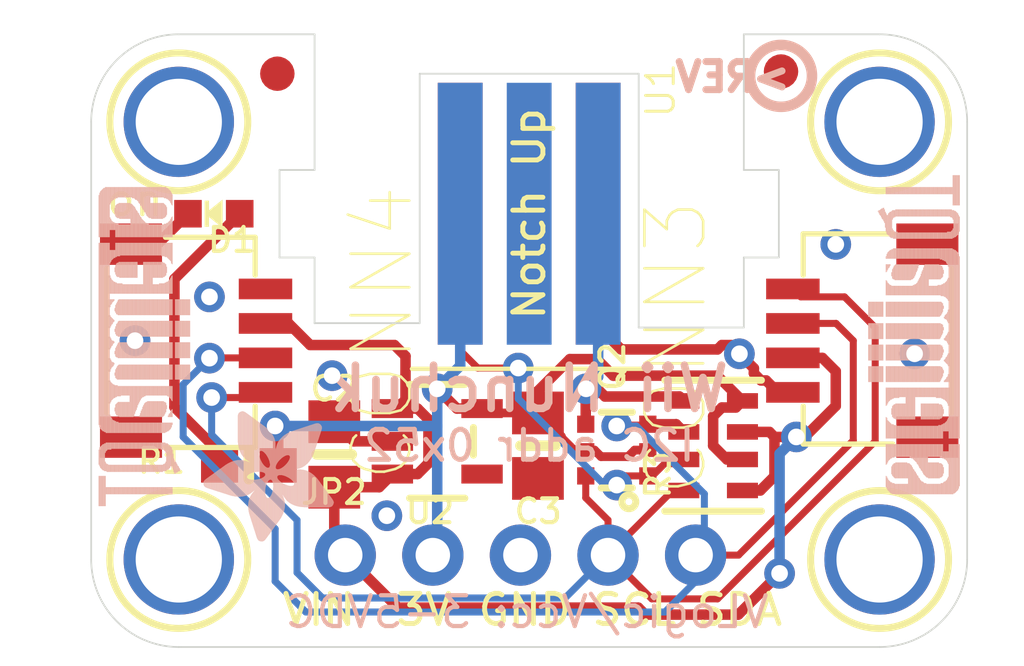
<source format=kicad_pcb>
(kicad_pcb (version 20211014) (generator pcbnew)
  (layers (0 "F.Cu" signal) (31 "B.Cu" signal) (34 "B.Paste" user) (35 "F.Paste" user) (36 "B.SilkS" user "B.Silkscreen") (37 "F.SilkS" user "F.Silkscreen") (38 "B.Mask" user) (39 "F.Mask" user) (44 "Edge.Cuts" user))
  (net 0 "")
  (net 1 "GND")
  (net 2 "SDA")
  (net 3 "SCL")
  (net 4 "SCL_3V")
  (net 5 "SDA_3V")
  (net 6 "3.3V")
  (net 7 "VCC")
  (net 8 "N$1")
  (footprint "boardEagle:SOT363" (layer "F.Cu") (at 151.0411 108.1786 90)
    (fp_text reference "Q2" (at 1.651 -0.127 90) (layer "F.SilkS") (effects (font (size 0.692831 0.692831) (thickness 0.119969)) (justify left)))
    (fp_text value "BSS138")
    (pad "1" smd rect (at -0.75 0.9 90) (size 0.5 0.5) (layers "F.Cu" "F.Paste" "F.Mask") (net 4 "SCL_3V"))
    (pad "2" smd rect (at 0 0.9 90) (size 0.4 0.5) (layers "F.Cu" "F.Paste" "F.Mask") (net 6 "3.3V"))
    (pad "3" smd rect (at 0.75 0.9 90) (size 0.5 0.5) (layers "F.Cu" "F.Paste" "F.Mask") (net 2 "SDA"))
    (pad "4" smd rect (at 0.75 -0.9 90) (size 0.5 0.5) (layers "F.Cu" "F.Paste" "F.Mask") (net 5 "SDA_3V"))
    (pad "5" smd rect (at 0 -0.9 90) (size 0.4 0.5) (layers "F.Cu" "F.Paste" "F.Mask") (net 6 "3.3V"))
    (pad "6" smd rect (at -0.75 -0.9 90) (size 0.5 0.5) (layers "F.Cu" "F.Paste" "F.Mask") (net 3 "SCL"))
  )
  (footprint "boardEagle:SOT23-5" (layer "F.Cu") (at 145.8341 107.9246 -90)
    (fp_text reference "U2" (at 2.032 -0.562) (layer "F.SilkS") (effects (font (size 0.692831 0.692831) (thickness 0.119969)) (justify right)))
    (fp_text value "AP2112K-3.3")
    (pad "1" smd rect (at -0.95 1.3001 270) (size 0.55 1.2) (layers "F.Cu" "F.Paste" "F.Mask") (net 7 "VCC"))
    (pad "2" smd rect (at 0 1.3001 270) (size 0.55 1.2) (layers "F.Cu" "F.Paste" "F.Mask") (net 1 "GND"))
    (pad "3" smd rect (at 0.95 1.3001 270) (size 0.55 1.2) (layers "F.Cu" "F.Paste" "F.Mask") (net 7 "VCC"))
    (pad "4" smd rect (at 0.95 -1.3001 270) (size 0.55 1.2) (layers "F.Cu" "F.Paste" "F.Mask"))
    (pad "5" smd rect (at -0.95 -1.3001 270) (size 0.55 1.2) (layers "F.Cu" "F.Paste" "F.Mask") (net 6 "3.3V"))
  )
  (footprint "boardEagle:0603-NO" (layer "F.Cu") (at 140.3731 108.6231 180)
    (fp_text reference "R1" (at 1.778 0.127) (layer "F.SilkS") (effects (font (size 0.692831 0.692831) (thickness 0.119969)) (justify right)))
    (fp_text value "10K")
    (pad "1" smd rect (at -0.85 0 180) (size 1.075 1) (layers "F.Cu" "F.Paste" "F.Mask") (net 6 "3.3V"))
    (pad "2" smd rect (at 0.85 0 180) (size 1.075 1) (layers "F.Cu" "F.Paste" "F.Mask") (net 8 "N$1"))
  )
  (footprint "boardEagle:MOUNTINGHOLE_2.5_PLATED" (layer "F.Cu") (at 138.3411 98.6536)
    (fp_text reference "U$1" hide)
    (fp_text value "MOUNTINGHOLE2.5" hide)
    (pad "P$1" thru_hole circle (at 0 0) (size 3.2 3.2) (drill 2.5) (layers *.Cu *.Mask))
  )
  (footprint "boardEagle:0805-NO" (layer "F.Cu") (at 142.8496 108.3056 90)
    (fp_text reference "C2" (at 1.905 -0.762) (layer "F.SilkS") (effects (font (size 0.692831 0.692831) (thickness 0.119969)) (justify left)))
    (fp_text value "10uF")
    (pad "1" smd rect (at -0.95 0 90) (size 1.24 1.5) (layers "F.Cu" "F.Paste" "F.Mask") (net 7 "VCC"))
    (pad "2" smd rect (at 0.95 0 90) (size 1.24 1.5) (layers "F.Cu" "F.Paste" "F.Mask") (net 1 "GND"))
  )
  (footprint "boardEagle:RESPACK_4X0603" (layer "F.Cu") (at 153.8351 108.0516 90)
    (fp_text reference "R3" (at -1.6 -1.6 90) (layer "F.SilkS") (effects (font (size 0.692831 0.692831) (thickness 0.119969)) (justify left)))
    (fp_text value "10K")
    (pad "1" smd rect (at -1.3 0.85 90) (size 0.45 0.9) (layers "F.Cu" "F.Paste" "F.Mask") (net 7 "VCC"))
    (pad "2" smd rect (at -0.4 0.85 90) (size 0.45 0.9) (layers "F.Cu" "F.Paste" "F.Mask") (net 6 "3.3V"))
    (pad "3" smd rect (at 0.4 0.85 90) (size 0.45 0.9) (layers "F.Cu" "F.Paste" "F.Mask") (net 7 "VCC"))
    (pad "4" smd rect (at 1.3 0.85 90) (size 0.45 0.9) (layers "F.Cu" "F.Paste" "F.Mask") (net 6 "3.3V"))
    (pad "5" smd rect (at 1.3 -0.85 90) (size 0.45 0.9) (layers "F.Cu" "F.Paste" "F.Mask") (net 5 "SDA_3V"))
    (pad "6" smd rect (at 0.4 -0.85 90) (size 0.45 0.9) (layers "F.Cu" "F.Paste" "F.Mask") (net 2 "SDA"))
    (pad "7" smd rect (at -0.4 -0.85 90) (size 0.45 0.9) (layers "F.Cu" "F.Paste" "F.Mask") (net 4 "SCL_3V"))
    (pad "8" smd rect (at -1.3 -0.85 90) (size 0.45 0.9) (layers "F.Cu" "F.Paste" "F.Mask") (net 3 "SCL"))
  )
  (footprint "boardEagle:WIICHUCK" (layer "F.Cu") (at 148.5011 101.3206 -90)
    (fp_text reference "U1" (at -4.445 -3.81 90) (layer "F.SilkS") (effects (font (size 0.801967 0.801967) (thickness 0.087033)) (justify right)))
    (fp_text value "")
    (pad "1" smd rect (at 0 -2 270) (size 7.6 1.3) (layers "F.Cu" "F.Mask") (net 1 "GND"))
    (pad "2" smd rect (at 0 0 90) (size 7.6 1.3) (layers "B.Cu" "B.Mask"))
    (pad "3" smd rect (at 0 2 270) (size 7.6 1.3) (layers "F.Cu" "F.Mask") (net 4 "SCL_3V"))
    (pad "4" smd rect (at 0 2 270) (size 7.6 1.3) (layers "B.Cu" "B.Mask") (net 6 "3.3V"))
    (pad "5" smd rect (at 0 -2 270) (size 7.6 1.3) (layers "B.Cu" "B.Mask") (net 5 "SDA_3V"))
  )
  (footprint "boardEagle:MOUNTINGHOLE_2.5_PLATED" (layer "F.Cu") (at 138.3411 111.3536)
    (fp_text reference "U$19" hide)
    (fp_text value "MOUNTINGHOLE2.5" hide)
    (pad "P$1" thru_hole circle (at 0 0) (size 3.2 3.2) (drill 2.5) (layers *.Cu *.Mask))
  )
  (footprint "boardEagle:FIDUCIAL_1MM" (layer "F.Cu") (at 155.8036 97.1931)
    (fp_text reference "FID4" hide)
    (fp_text value "FIDUCIAL_1MM" hide)
    (pad "1" smd roundrect (at 0 0) (size 1 1) (layers "F.Cu" "F.Mask") (roundrect_rratio 0.5))
  )
  (footprint "boardEagle:FIDUCIAL_1MM" (layer "F.Cu") (at 141.1986 97.2566)
    (fp_text reference "FID3" hide)
    (fp_text value "FIDUCIAL_1MM" hide)
    (pad "1" smd roundrect (at 0 0) (size 1 1) (layers "F.Cu" "F.Mask") (roundrect_rratio 0.5))
  )
  (footprint "boardEagle:0805-NO" (layer "F.Cu") (at 148.7551 108.0516 -90)
    (fp_text reference "C3" (at 1.905 -0.762) (layer "F.SilkS") (effects (font (size 0.692831 0.692831) (thickness 0.119969)) (justify right)))
    (fp_text value "10uF")
    (pad "1" smd rect (at -0.95 0 270) (size 1.24 1.5) (layers "F.Cu" "F.Paste" "F.Mask") (net 6 "3.3V"))
    (pad "2" smd rect (at 0.95 0 270) (size 1.24 1.5) (layers "F.Cu" "F.Paste" "F.Mask") (net 1 "GND"))
  )
  (footprint "boardEagle:JST_SH4" (layer "F.Cu") (at 158.6611 105.0036 90)
    (fp_text reference "CONN3" (at -4.6 -5.9 90) (layer "F.SilkS") (effects (font (size 1.703222 1.703222) (thickness 0.074778)) (justify left)))
    (fp_text value "STEMMA_I2C_QT" hide)
    (pad "1" smd rect (at -1.5 -2.514 180) (size 1.55 0.6) (layers "F.Cu" "F.Paste" "F.Mask") (net 1 "GND"))
    (pad "2" smd rect (at -0.5 -2.514 180) (size 1.55 0.6) (layers "F.Cu" "F.Paste" "F.Mask") (net 7 "VCC"))
    (pad "3" smd rect (at 0.5 -2.514 180) (size 1.55 0.6) (layers "F.Cu" "F.Paste" "F.Mask") (net 2 "SDA"))
    (pad "4" smd rect (at 1.5 -2.514 180) (size 1.55 0.6) (layers "F.Cu" "F.Paste" "F.Mask") (net 3 "SCL"))
    (pad "MT1" smd rect (at -2.8 1.386 180) (size 1.8 1.2) (layers "F.Cu" "F.Paste" "F.Mask") (net 1 "GND"))
    (pad "MT2" smd rect (at 2.8 1.386 180) (size 1.8 1.2) (layers "F.Cu" "F.Paste" "F.Mask") (net 1 "GND"))
  )
  (footprint "boardEagle:CHIPLED_0603_NOOUTLINE" (layer "F.Cu") (at 139.3571 101.3206 90)
    (fp_text reference "D1" (at -0.762 1.27) (layer "F.SilkS") (effects (font (size 0.692831 0.692831) (thickness 0.119969)) (justify right)))
    (fp_text value "GREEN")
    (pad "A" smd rect (at 0 0.75 90) (size 0.8 0.8) (layers "F.Cu" "F.Paste" "F.Mask") (net 8 "N$1"))
    (pad "C" smd rect (at 0 -0.75 90) (size 0.8 0.8) (layers "F.Cu" "F.Paste" "F.Mask") (net 1 "GND"))
  )
  (footprint "boardEagle:1X05_ROUND_70" (layer "F.Cu") (at 148.2471 111.2266)
    (fp_text reference "JP2" (at -6.4262 -1.8288) (layer "F.SilkS") (effects (font (size 0.692831 0.692831) (thickness 0.119969)) (justify left)))
    (fp_text value "")
    (pad "1" thru_hole circle (at -5.08 0 90) (size 1.778 1.778) (drill 1) (layers *.Cu *.Mask) (net 7 "VCC"))
    (pad "2" thru_hole circle (at -2.54 0 90) (size 1.778 1.778) (drill 1) (layers *.Cu *.Mask) (net 6 "3.3V"))
    (pad "3" thru_hole circle (at 0 0 90) (size 1.778 1.778) (drill 1) (layers *.Cu *.Mask) (net 1 "GND"))
    (pad "4" thru_hole circle (at 2.54 0 90) (size 1.778 1.778) (drill 1) (layers *.Cu *.Mask) (net 3 "SCL"))
    (pad "5" thru_hole circle (at 5.08 0 90) (size 1.778 1.778) (drill 1) (layers *.Cu *.Mask) (net 2 "SDA"))
  )
  (footprint "boardEagle:JST_SH4" (layer "F.Cu") (at 138.3411 105.0036 -90)
    (fp_text reference "CONN4" (at -4.6 -5.9 90) (layer "F.SilkS") (effects (font (size 1.703222 1.703222) (thickness 0.074778)) (justify right)))
    (fp_text value "STEMMA_I2C_QT" hide)
    (pad "1" smd rect (at -1.5 -2.514) (size 1.55 0.6) (layers "F.Cu" "F.Paste" "F.Mask") (net 1 "GND"))
    (pad "2" smd rect (at -0.5 -2.514) (size 1.55 0.6) (layers "F.Cu" "F.Paste" "F.Mask") (net 7 "VCC"))
    (pad "3" smd rect (at 0.5 -2.514) (size 1.55 0.6) (layers "F.Cu" "F.Paste" "F.Mask") (net 2 "SDA"))
    (pad "4" smd rect (at 1.5 -2.514) (size 1.55 0.6) (layers "F.Cu" "F.Paste" "F.Mask") (net 3 "SCL"))
    (pad "MT1" smd rect (at -2.8 1.386) (size 1.8 1.2) (layers "F.Cu" "F.Paste" "F.Mask") (net 1 "GND"))
    (pad "MT2" smd rect (at 2.8 1.386) (size 1.8 1.2) (layers "F.Cu" "F.Paste" "F.Mask") (net 1 "GND"))
  )
  (footprint "boardEagle:MOUNTINGHOLE_2.5_PLATED" (layer "F.Cu") (at 158.6611 98.6536)
    (fp_text reference "U$17" hide)
    (fp_text value "MOUNTINGHOLE2.5" hide)
    (pad "P$1" thru_hole circle (at 0 0) (size 3.2 3.2) (drill 2.5) (layers *.Cu *.Mask))
  )
  (footprint "boardEagle:MOUNTINGHOLE_2.5_PLATED" (layer "F.Cu") (at 158.6611 111.3536)
    (fp_text reference "U$21" hide)
    (fp_text value "MOUNTINGHOLE2.5" hide)
    (pad "P$1" thru_hole circle (at 0 0) (size 3.2 3.2) (drill 2.5) (layers *.Cu *.Mask))
  )
  (footprint "boardEagle:PCBFEAT-REV-040" (layer "B.Cu") (at 155.8036 97.3201 180)
    (fp_text reference "U$25" hide)
    (fp_text value "" hide)
    (fp_text user ">REV" (at -0.3556 -0.508) (layer "B.SilkS") (effects (font (size 0.8128 0.8128) (thickness 0.2032)) (justify left bottom mirror)))
  )
  (footprint "boardEagle:STEMMAQT" (layer "B.Cu") (at 138.6586 100.5586 -90)
    (fp_text reference "U$31" hide)
    (fp_text value "" hide)
  )
  (footprint "boardEagle:STEMMAQT" (layer "B.Cu") (at 158.3436 109.4486 90)
    (fp_text reference "U$30" hide)
    (fp_text value "" hide)
  )
  (footprint "boardEagle:ADAFRUIT_3.5MM" (layer "B.Cu") (at 142.8496 107.0356 -90)
    (fp_text reference "U$22" hide)
    (fp_text value "" hide)
  )
  (gr_line (start 155.7401 100.0506) (end 155.7401 102.5906) (layer "Edge.Cuts") (width 0.05))
  (gr_line (start 141.2621 100.0506) (end 142.2781 100.0506) (layer "Edge.Cuts") (width 0.05))
  (gr_line (start 135.8011 98.6536) (end 135.8011 111.3536) (layer "Edge.Cuts") (width 0.05))
  (gr_line (start 141.2621 102.5906) (end 141.2621 100.0506) (layer "Edge.Cuts") (width 0.05))
  (gr_line (start 145.3261 97.2566) (end 145.3261 104.4956) (layer "Edge.Cuts") (width 0.05))
  (gr_line (start 154.7241 102.5906) (end 154.7241 104.6226) (layer "Edge.Cuts") (width 0.05))
  (gr_line (start 154.7241 100.0506) (end 155.7401 100.0506) (layer "Edge.Cuts") (width 0.05))
  (gr_line (start 142.2781 102.5906) (end 141.2621 102.5906) (layer "Edge.Cuts") (width 0.05))
  (gr_arc (start 138.3411 113.8936) (mid 136.545049 113.149651) (end 135.8011 111.3536) (layer "Edge.Cuts") (width 0.05))
  (gr_arc (start 135.8011 98.6536) (mid 136.545049 96.857549) (end 138.3411 96.1136) (layer "Edge.Cuts") (width 0.05))
  (gr_line (start 145.3261 104.4956) (end 142.2781 104.4956) (layer "Edge.Cuts") (width 0.05))
  (gr_line (start 161.2011 111.3536) (end 161.2011 98.6536) (layer "Edge.Cuts") (width 0.05))
  (gr_line (start 154.7241 96.1136) (end 154.7241 100.0506) (layer "Edge.Cuts") (width 0.05))
  (gr_line (start 138.3411 113.8936) (end 158.6611 113.8936) (layer "Edge.Cuts") (width 0.05))
  (gr_line (start 155.7401 102.5906) (end 154.7241 102.5906) (layer "Edge.Cuts") (width 0.05))
  (gr_line (start 151.6761 104.6226) (end 151.6761 97.2566) (layer "Edge.Cuts") (width 0.05))
  (gr_arc (start 158.6611 96.1136) (mid 160.457151 96.857549) (end 161.2011 98.6536) (layer "Edge.Cuts") (width 0.05))
  (gr_line (start 151.6761 97.2566) (end 145.3261 97.2566) (layer "Edge.Cuts") (width 0.05))
  (gr_line (start 154.7241 104.6226) (end 151.6761 104.6226) (layer "Edge.Cuts") (width 0.05))
  (gr_line (start 142.2781 100.0506) (end 142.2781 96.1136) (layer "Edge.Cuts") (width 0.05))
  (gr_line (start 142.2781 96.1136) (end 138.3411 96.1136) (layer "Edge.Cuts") (width 0.05))
  (gr_line (start 142.2781 104.4956) (end 142.2781 102.5906) (layer "Edge.Cuts") (width 0.05))
  (gr_arc (start 161.2011 111.3536) (mid 160.457151 113.149651) (end 158.6611 113.8936) (layer "Edge.Cuts") (width 0.05))
  (gr_line (start 158.6611 96.1136) (end 154.7241 96.1136) (layer "Edge.Cuts") (width 0.05))
  (gr_text "Wii Nunchuk" (at 148.5011 106.4006) (layer "B.SilkS") (effects (font (size 1.25222 1.25222) (thickness 0.22098)) (justify mirror)))
  (gr_text "I2C addr 0x52" (at 148.5011 108.0516) (layer "B.SilkS") (effects (font (size 0.87376 0.87376) (thickness 0.14224)) (justify mirror)))
  (gr_text "VLogic/Vcc: 3-5VDC" (at 148.4376 112.8776) (layer "B.SilkS") (effects (font (size 0.89408 0.89408) (thickness 0.12192)) (justify mirror)))
  (gr_text "3V" (at 145.4531 112.8141) (layer "F.SilkS") (effects (font (size 0.87376 0.87376) (thickness 0.14224))))
  (gr_text "SCL" (at 151.5491 112.8141) (layer "F.SilkS") (effects (font (size 0.87376 0.87376) (thickness 0.14224))))
  (gr_text "Notch Up" (at 148.5011 101.3206 90) (layer "F.SilkS") (effects (font (size 0.87376 0.87376) (thickness 0.14224))))
  (gr_text "GND" (at 148.3741 112.8141) (layer "F.SilkS") (effects (font (size 0.87376 0.87376) (thickness 0.14224))))
  (gr_text "on" (at 136.1821 101.4476) (layer "F.SilkS") (effects (font (size 0.89408 0.89408) (thickness 0.12192)) (justify left bottom)))
  (gr_text "VIN" (at 142.4051 112.8141) (layer "F.SilkS") (effects (font (size 0.87376 0.87376) (thickness 0.14224))))
  (gr_text "SDA" (at 154.5971 112.8141) (layer "F.SilkS") (effects (font (size 0.87376 0.87376) (thickness 0.14224))))
  (segment (start 154.0891 105.1306) (end 154.3431 105.1306) (width 0.3048) (layer "F.Cu") (net 1))
  (segment (start 154.3431 105.1306) (end 154.5971 105.3846) (width 0.3048) (layer "F.Cu") (net 1))
  (segment (start 155.0165 105.804) (end 154.5971 105.3846) (width 0.3048) (layer "F.Cu") (net 1))
  (segment (start 138.6071 101.3206) (end 137.7241 102.2036) (width 0.3048) (layer "F.Cu") (net 1))
  (segment (start 151.1681 105.2576) (end 153.9621 105.2576) (width 0.3048) (layer "F.Cu") (net 1))
  (segment (start 150.5011 101.3206) (end 150.5011 104.5906) (width 0.3048) (layer "F.Cu") (net 1))
  (segment (start 150.5011 104.5906) (end 151.1681 105.2576) (width 0.3048) (layer "F.Cu") (net 1))
  (segment (start 155.3717 106.1592) (end 155.224806 106.1592) (width 0.3048) (layer "F.Cu") (net 1))
  (segment (start 155.224806 106.1592) (end 155.0165 105.950893) (width 0.3048) (layer "F.Cu") (net 1))
  (segment (start 155.0165 105.950893) (end 155.0165 105.804) (width 0.3048) (layer "F.Cu") (net 1))
  (segment (start 143.4186 107.9246) (end 142.8496 107.3556) (width 0.3048) (layer "F.Cu") (net 1))
  (segment (start 155.7161 106.5036) (end 155.3717 106.1592) (width 0.3048) (layer "F.Cu") (net 1))
  (segment (start 144.534 107.9246) (end 143.4186 107.9246) (width 0.3048) (layer "F.Cu") (net 1))
  (segment (start 137.7241 102.2036) (end 136.9551 102.2036) (width 0.3048) (layer "F.Cu") (net 1))
  (segment (start 156.1471 106.5036) (end 155.7161 106.5036) (width 0.3048) (layer "F.Cu") (net 1))
  (segment (start 153.9621 105.2576) (end 154.0891 105.1306) (width 0.3048) (layer "F.Cu") (net 1))
  (via (at 154.5971 105.3846) (size 0.889) (drill 0.4826) (layers "F.Cu" "B.Cu") (net 1))
  (via (at 137.0711 105.0036) (size 0.889) (drill 0.4826) (layers "F.Cu" "B.Cu") (net 1))
  (via (at 144.3736 110.0836) (size 0.889) (drill 0.4826) (layers "F.Cu" "B.Cu") (net 1))
  (via (at 142.7861 106.0196) (size 0.889) (drill 0.4826) (layers "F.Cu" "B.Cu") (net 1))
  (via (at 139.2301 103.7336) (size 0.889) (drill 0.4826) (layers "F.Cu" "B.Cu") (net 1))
  (via (at 159.6771 105.3846) (size 0.889) (drill 0.4826) (layers "F.Cu" "B.Cu") (net 1))
  (via (at 157.3911 102.2096) (size 0.889) (drill 0.4826) (layers "F.Cu" "B.Cu") (net 1))
  (segment (start 157.3991 104.5036) (end 157.8991 105.0036) (width 0.2032) (layer "F.Cu") (net 2))
  (segment (start 140.8551 105.5036) (end 139.2381 105.5036) (width 0.2032) (layer "F.Cu") (net 2))
  (segment (start 151.9411 107.4286) (end 152.7621 107.4286) (width 0.3048) (layer "F.Cu") (net 2))
  (segment (start 157.8991 105.0036) (end 157.8991 107.8992) (width 0.2032) (layer "F.Cu") (net 2))
  (segment (start 154.5717 111.2266) (end 153.3271 111.2266) (width 0.2032) (layer "F.Cu") (net 2))
  (segment (start 139.2381 105.5036) (end 139.2301 105.5116) (width 0.2032) (layer "F.Cu") (net 2))
  (segment (start 151.9411 107.4286) (end 151.8896 107.4801) (width 0.254) (layer "F.Cu") (net 2))
  (segment (start 156.1471 104.5036) (end 157.3991 104.5036) (width 0.2032) (layer "F.Cu") (net 2))
  (segment (start 152.7621 107.4286) (end 152.9851 107.6516) (width 0.3048) (layer "F.Cu") (net 2))
  (segment (start 151.8896 107.4801) (end 151.0388 107.4801) (width 0.254) (layer "F.Cu") (net 2))
  (segment (start 157.8991 107.8992) (end 154.5717 111.2266) (width 0.2032) (layer "F.Cu") (net 2))
  (via (at 139.2301 105.5116) (size 0.889) (drill 0.4826) (layers "F.Cu" "B.Cu") (net 2))
  (via (at 151.0388 107.4801) (size 0.889) (drill 0.4826) (layers "F.Cu" "B.Cu") (net 2))
  (segment (start 139.2301 105.5116) (end 138.4681 106.2736) (width 0.2032) (layer "B.Cu") (net 2))
  (segment (start 153.5811 109.4509) (end 151.6103 107.4801) (width 0.2032) (layer "B.Cu") (net 2))
  (segment (start 151.6103 107.4801) (end 151.0388 107.4801) (width 0.2032) (layer "B.Cu") (net 2))
  (segment (start 138.4681 107.7976) (end 141.1351 110.4646) (width 0.2032) (layer "B.Cu") (net 2))
  (segment (start 153.5811 110.9726) (end 153.3271 111.2266) (width 0.2032) (layer "B.Cu") (net 2))
  (segment (start 153.3271 111.9886) (end 153.3271 111.2266) (width 0.2032) (layer "B.Cu") (net 2))
  (segment (start 153.5811 109.4509) (end 153.5811 110.9726) (width 0.2032) (layer "B.Cu") (net 2))
  (segment (start 141.1351 111.9886) (end 142.0241 112.8776) (width 0.2032) (layer "B.Cu") (net 2))
  (segment (start 141.1351 110.4646) (end 141.1351 111.9886) (width 0.2032) (layer "B.Cu") (net 2))
  (segment (start 138.4681 106.2736) (end 138.4681 107.7976) (width 0.2032) (layer "B.Cu") (net 2))
  (segment (start 152.4381 112.8776) (end 153.3271 111.9886) (width 0.2032) (layer "B.Cu") (net 2))
  (segment (start 142.0241 112.8776) (end 152.4381 112.8776) (width 0.2032) (layer "B.Cu") (net 2))
  (segment (start 158.5341 104.6226) (end 157.6451 103.7336) (width 0.2032) (layer "F.Cu") (net 3))
  (segment (start 152.0571 112.4966) (end 153.9621 112.4966) (width 0.2032) (layer "F.Cu") (net 3))
  (segment (start 150.7871 110.2106) (end 150.1411 109.5646) (width 0.2032) (layer "F.Cu") (net 3))
  (segment (start 158.5341 107.9246) (end 158.5341 104.6226) (width 0.2032) (layer "F.Cu") (net 3))
  (segment (start 152.9851 109.3516) (end 152.6621 109.3516) (width 0.2032) (layer "F.Cu") (net 3))
  (segment (start 140.8551 106.5036) (end 140.7041 106.6546) (width 0.2032) (layer "F.Cu") (net 3))
  (segment (start 156.3771 103.7336) (end 156.1471 103.5036) (width 0.2032) (layer "F.Cu") (net 3))
  (segment (start 150.7871 111.2266) (end 150.7871 110.2106) (width 0.2032) (layer "F.Cu") (net 3))
  (segment (start 150.1411 109.5646) (end 150.1411 108.9286) (width 0.2032) (layer "F.Cu") (net 3))
  (segment (start 140.7041 106.6546) (end 139.2936 106.6546) (width 0.2032) (layer "F.Cu") (net 3))
  (segment (start 152.6621 109.3516) (end 150.7871 111.2266) (width 0.2032) (layer "F.Cu") (net 3))
  (segment (start 153.9621 112.4966) (end 158.5341 107.9246) (width 0.2032) (layer "F.Cu") (net 3))
  (segment (start 157.6451 103.7336) (end 156.3771 103.7336) (width 0.2032) (layer "F.Cu") (net 3))
  (segment (start 150.7871 111.2266) (end 152.0571 112.4966) (width 0.2032) (layer "F.Cu") (net 3))
  (via (at 139.2936 106.6546) (size 0.889) (drill 0.4826) (layers "F.Cu" "B.Cu") (net 3))
  (segment (start 139.2936 106.6546) (end 139.2936 107.7341) (width 0.2032) (layer "B.Cu") (net 3))
  (segment (start 149.5425 112.4712) (end 150.7871 111.2266) (width 0.2032) (layer "B.Cu") (net 3))
  (segment (start 141.7701 110.2106) (end 141.7701 111.7346) (width 0.2032) (layer "B.Cu") (net 3))
  (segment (start 142.5067 112.4712) (end 149.5425 112.4712) (width 0.2032) (layer "B.Cu") (net 3))
  (segment (start 141.7701 111.7346) (end 142.5067 112.4712) (width 0.2032) (layer "B.Cu") (net 3))
  (segment (start 139.2936 107.7341) (end 141.7701 110.2106) (width 0.2032) (layer "B.Cu") (net 3))
  (segment (start 152.54915 108.4516) (end 152.9851 108.4516) (width 0.2032) (layer "F.Cu") (net 4))
  (segment (start 152.07215 108.9286) (end 152.54915 108.4516) (width 0.2032) (layer "F.Cu") (net 4))
  (segment (start 148.1836 105.7979) (end 147.0094 105.7979) (width 0.2032) (layer "F.Cu") (net 4))
  (segment (start 146.5011 105.2896) (end 147.0094 105.7979) (width 0.2032) (layer "F.Cu") (net 4))
  (segment (start 151.3071 108.9286) (end 151.9411 108.9286) (width 0.2032) (layer "F.Cu") (net 4))
  (segment (start 151.0411 109.1946) (end 151.3071 108.9286) (width 0.2032) (layer "F.Cu") (net 4))
  (segment (start 151.9411 108.9286) (end 152.07215 108.9286) (width 0.2032) (layer "F.Cu") (net 4))
  (segment (start 146.5011 101.3206) (end 146.5011 105.2896) (width 0.2032) (layer "F.Cu") (net 4))
  (via (at 148.1836 105.7979) (size 0.889) (drill 0.4826) (layers "F.Cu" "B.Cu") (net 4))
  (via (at 151.0411 109.1946) (size 0.889) (drill 0.4826) (layers "F.Cu" "B.Cu") (net 4))
  (segment (start 148.1836 105.7979) (end 148.1836 106.6869) (width 0.2032) (layer "B.Cu") (net 4))
  (segment (start 150.6913 109.1946) (end 151.0411 109.1946) (width 0.2032) (layer "B.Cu") (net 4))
  (segment (start 150.6913 109.1946) (end 148.1836 106.6869) (width 0.2032) (layer "B.Cu") (net 4))
  (segment (start 152.9851 106.7516) (end 152.8581 106.6246) (width 0.3048) (layer "F.Cu") (net 5))
  (segment (start 150.1521 106.4006) (end 150.1411 106.4116) (width 0.3048) (layer "F.Cu") (net 5))
  (segment (start 150.4751 106.4006) (end 150.1521 106.4006) (width 0.3048) (layer "F.Cu") (net 5))
  (segment (start 150.1411 106.4116) (end 150.1411 107.4286) (width 0.3048) (layer "F.Cu") (net 5))
  (segment (start 152.8581 106.6246) (end 150.6991 106.6246) (width 0.3048) (layer "F.Cu") (net 5))
  (segment (start 150.6991 106.6246) (end 150.4751 106.4006) (width 0.3048) (layer "F.Cu") (net 5))
  (via (at 150.1521 106.4006) (size 0.889) (drill 0.4826) (layers "F.Cu" "B.Cu") (net 5))
  (segment (start 150.5011 101.3206) (end 150.5011 106.0516) (width 0.3048) (layer "B.Cu") (net 5))
  (segment (start 150.5011 106.0516) (end 150.1521 106.4006) (width 0.3048) (layer "B.Cu") (net 5))
  (segment (start 153.8351 107.196706) (end 153.8351 108.0516) (width 0.3048) (layer "F.Cu") (net 6))
  (segment (start 151.9411 108.1786) (end 151.5601 108.1786) (width 0.254) (layer "F.Cu") (net 6))
  (segment (start 149.6795 105.5397) (end 148.7551 106.4641) (width 0.3048) (layer "F.Cu") (net 6))
  (segment (start 148.7551 107.1016) (end 149.4339 107.7804) (width 0.254) (layer "F.Cu") (net 6))
  (segment (start 149.797125 108.1786) (end 150.1411 108.1786) (width 0.254) (layer "F.Cu") (net 6))
  (segment (start 146.4081 106.9746) (end 147.1342 106.9746) (width 0.3048) (layer "F.Cu") (net 6))
  (segment (start 154.087806 106.944) (end 153.8351 107.196706) (width 0.3048) (layer "F.Cu") (net 6))
  (segment (start 153.9531 106.0196) (end 150.939525 106.0196) (width 0.3048) (layer "F.Cu") (net 6))
  (segment (start 151.3696 108.3691) (end 150.5856 108.3691) (width 0.254) (layer "F.Cu") (net 6))
  (segment (start 154.6851 106.7516) (end 154.4927 106.944) (width 0.3048) (layer "F.Cu") (net 6))
  (segment (start 150.3951 108.1786) (end 150.1411 108.1786) (width 0.254) (layer "F.Cu") (net 6))
  (segment (start 149.4339 107.7804) (end 149.4339 107.815375) (width 0.254) (layer "F.Cu") (net 6))
  (segment (start 150.459625 105.5397) (end 149.6795 105.5397) (width 0.3048) (layer "F.Cu") (net 6))
  (segment (start 154.6851 106.7516) (end 153.9531 106.0196) (width 0.3048) (layer "F.Cu") (net 6))
  (segment (start 153.8351 108.0516) (end 154.2351 108.4516) (width 0.3048) (layer "F.Cu") (net 6))
  (segment (start 154.4927 106.944) (end 154.087806 106.944) (width 0.3048) (layer "F.Cu") (net 6))
  (segment (start 141.2231 108.6231) (end 141.2231 107.5681) (width 0.3048) (layer "F.Cu") (net 6))
  (segment (start 147.2612 107.1016) (end 148.7551 107.1016) (width 0.254) (layer "F.Cu") (net 6))
  (segment (start 148.7551 106.4641) (end 148.7551 107.1016) (width 0.3048) (layer "F.Cu") (net 6))
  (segment (start 150.939525 106.0196) (end 150.459625 105.5397) (width 0.3048) (layer "F.Cu") (net 6))
  (segment (start 150.5856 108.3691) (end 150.3951 108.1786) (width 0.254) (layer "F.Cu") (net 6))
  (segment (start 154.2351 108.4516) (end 154.6851 108.4516) (width 0.3048) (layer "F.Cu") (net 6))
  (segment (start 149.4339 107.815375) (end 149.797125 108.1786) (width 0.254) (layer "F.Cu") (net 6))
  (segment (start 151.5601 108.1786) (end 151.3696 108.3691) (width 0.254) (layer "F.Cu") (net 6))
  (segment (start 147.1342 106.9746) (end 147.2612 107.1016) (width 0.254) (layer "F.Cu") (net 6))
  (segment (start 141.2231 107.5681) (end 141.1351 107.4801) (width 0.3048) (layer "F.Cu") (net 6))
  (segment (start 145.8341 106.4006) (end 146.4081 106.9746) (width 0.3048) (layer "F.Cu") (net 6))
  (via (at 141.1351 107.4801) (size 0.889) (drill 0.4826) (layers "F.Cu" "B.Cu") (net 6))
  (via (at 145.8341 106.4006) (size 0.889) (drill 0.4826) (layers "F.Cu" "B.Cu") (net 6))
  (segment (start 145.8341 106.4006) (end 145.8341 107.4801) (width 0.3048) (layer "B.Cu") (net 6))
  (segment (start 141.1351 107.4801) (end 145.8341 107.4801) (width 0.3048) (layer "B.Cu") (net 6))
  (segment (start 145.8341 111.0996) (end 145.7071 111.2266) (width 0.3048) (layer "B.Cu") (net 6))
  (segment (start 146.5011 101.3206) (end 146.5011 105.7336) (width 0.3048) (layer "B.Cu") (net 6))
  (segment (start 146.5011 105.7336) (end 145.8341 106.4006) (width 0.3048) (layer "B.Cu") (net 6))
  (segment (start 145.8341 107.4801) (end 145.8341 111.0996) (width 0.3048) (layer "B.Cu") (net 6))
  (segment (start 154.6851 109.3516) (end 155.2021 109.3516) (width 0.3048) (layer "F.Cu") (net 7))
  (segment (start 145.2651 108.8746) (end 144.534 108.8746) (width 0.3048) (layer "F.Cu") (net 7))
  (segment (start 157.0021 105.5036) (end 157.3911 105.8926) (width 0.3048) (layer "F.Cu") (net 7))
  (segment (start 155.6131 108.9406) (end 155.6131 107.7976) (width 0.3048) (layer "F.Cu") (net 7))
  (segment (start 157.3911 106.897018) (end 156.490518 107.7976) (width 0.3048) (layer "F.Cu") (net 7))
  (segment (start 141.5241 104.5036) (end 142.1511 105.1306) (width 0.3048) (layer "F.Cu") (net 7))
  (segment (start 155.4671 107.6516) (end 154.6851 107.6516) (width 0.3048) (layer "F.Cu") (net 7))
  (segment (start 144.915 105.452606) (end 144.915 106.7206) (width 0.3048) (layer "F.Cu") (net 7))
  (segment (start 155.2021 109.3516) (end 155.6131 108.9406) (width 0.3048) (layer "F.Cu") (net 7))
  (segment (start 154.564575 112.9538) (end 155.761937 111.756437) (width 0.3048) (layer "F.Cu") (net 7))
  (segment (start 144.153 109.2556) (end 144.534 108.8746) (width 0.3048) (layer "F.Cu") (net 7))
  (segment (start 156.1471 105.5036) (end 157.0021 105.5036) (width 0.3048) (layer "F.Cu") (net 7))
  (segment (start 151.664518 112.7506) (end 144.6911 112.7506) (width 0.3048) (layer "F.Cu") (net 7))
  (segment (start 151.867718 112.9538) (end 154.564575 112.9538) (width 0.3048) (layer "F.Cu") (net 7))
  (segment (start 145.5801 108.5596) (end 145.2651 108.8746) (width 0.3048) (layer "F.Cu") (net 7))
  (segment (start 155.6131 107.7976) (end 155.4671 107.6516) (width 0.3048) (layer "F.Cu") (net 7))
  (segment (start 144.153 109.2556) (end 142.8496 109.2556) (width 0.3048) (layer "F.Cu") (net 7))
  (segment (start 144.915 106.7206) (end 144.661 106.9746) (width 0.3048) (layer "F.Cu") (net 7))
  (segment (start 144.592994 105.1306) (end 144.915 105.452606) (width 0.3048) (layer "F.Cu") (net 7))
  (segment (start 143.1671 111.2266) (end 142.8496 110.9091) (width 0.3048) (layer "F.Cu") (net 7))
  (segment (start 142.8496 110.9091) (end 142.8496 109.2556) (width 0.3048) (layer "F.Cu") (net 7))
  (segment (start 151.867718 112.9538) (end 151.664518 112.7506) (width 0.3048) (layer "F.Cu") (net 7))
  (segment (start 156.2481 107.7976) (end 155.6131 107.7976) (width 0.3048) (layer "F.Cu") (net 7))
  (segment (start 140.8551 104.5036) (end 141.5241 104.5036) (width 0.3048) (layer "F.Cu") (net 7))
  (segment (start 142.1511 105.1306) (end 144.592994 105.1306) (width 0.3048) (layer "F.Cu") (net 7))
  (segment (start 157.3911 105.8926) (end 157.3911 106.897018) (width 0.3048) (layer "F.Cu") (net 7))
  (segment (start 144.661 106.9746) (end 144.534 106.9746) (width 0.3048) (layer "F.Cu") (net 7))
  (segment (start 144.6911 112.7506) (end 143.1671 111.2266) (width 0.3048) (layer "F.Cu") (net 7))
  (segment (start 145.2651 106.9746) (end 145.5801 107.2896) (width 0.3048) (layer "F.Cu") (net 7))
  (segment (start 144.534 106.9746) (end 145.2651 106.9746) (width 0.3048) (layer "F.Cu") (net 7))
  (segment (start 145.5801 107.2896) (end 145.5801 108.5596) (width 0.3048) (layer "F.Cu") (net 7))
  (segment (start 156.490518 107.7976) (end 156.2481 107.7976) (width 0.3048) (layer "F.Cu") (net 7))
  (via (at 155.761937 111.756437) (size 0.889) (drill 0.4826) (layers "F.Cu" "B.Cu") (net 7))
  (via (at 156.2481 107.7976) (size 0.889) (drill 0.4826) (layers "F.Cu" "B.Cu") (net 7))
  (segment (start 155.761937 108.283762) (end 156.2481 107.7976) (width 0.3048) (layer "B.Cu") (net 7))
  (segment (start 155.761937 111.756437) (end 155.761937 108.283762) (width 0.3048) (layer "B.Cu") (net 7))
  (segment (start 139.5231 108.241706) (end 138.2141 106.932706) (width 0.3048) (layer "F.Cu") (net 8))
  (segment (start 138.2141 103.2136) (end 138.2141 106.932706) (width 0.3048) (layer "F.Cu") (net 8))
  (segment (start 140.1071 101.3206) (end 138.2141 103.2136) (width 0.3048) (layer "F.Cu") (net 8))
  (segment (start 139.5231 108.241706) (end 139.5231 108.6231) (width 0.3048) (layer "F.Cu") (net 8))
)
</source>
